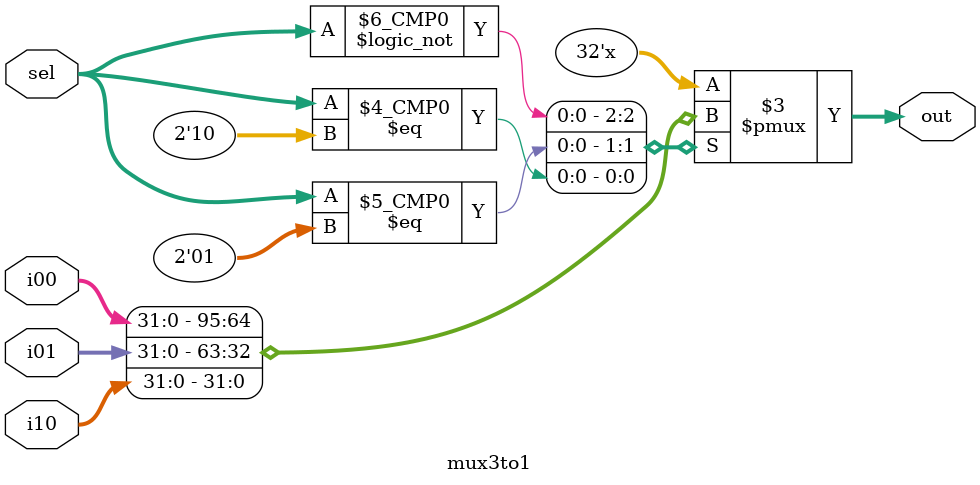
<source format=v>
module mux3to1(
	input [1:0] sel,	//input select
	input [31:0] i00,	//input 0
	input [31:0] i01,	//input 1
	input [31:0] i10,	//input 2
	output reg [31:0] out	//output
	);

always @* begin
	case (sel)
		2'b00 : out = i00;	//select input 0
		2'b01 : out = i01;	//select input 1
		2'b10 : out = i10;	//select input 2
		default : out = 'bx;
	endcase
end

endmodule

</source>
